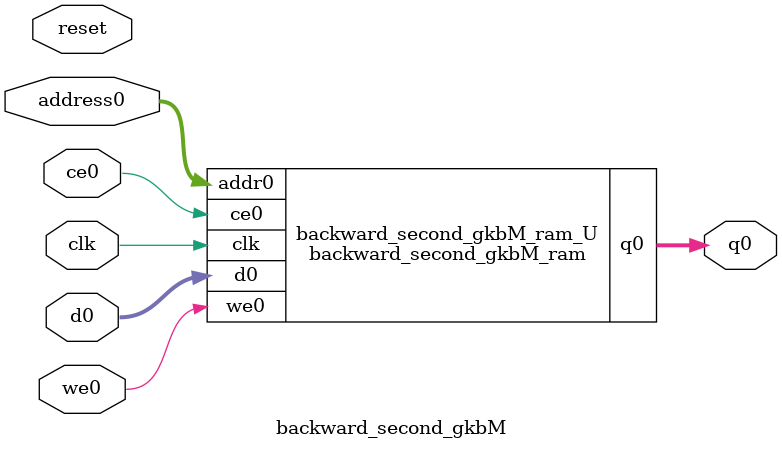
<source format=v>
`timescale 1 ns / 1 ps
module backward_second_gkbM_ram (addr0, ce0, d0, we0, q0,  clk);

parameter DWIDTH = 32;
parameter AWIDTH = 8;
parameter MEM_SIZE = 180;

input[AWIDTH-1:0] addr0;
input ce0;
input[DWIDTH-1:0] d0;
input we0;
output reg[DWIDTH-1:0] q0;
input clk;

(* ram_style = "block" *)reg [DWIDTH-1:0] ram[0:MEM_SIZE-1];




always @(posedge clk)  
begin 
    if (ce0) 
    begin
        if (we0) 
        begin 
            ram[addr0] <= d0; 
        end 
        q0 <= ram[addr0];
    end
end


endmodule

`timescale 1 ns / 1 ps
module backward_second_gkbM(
    reset,
    clk,
    address0,
    ce0,
    we0,
    d0,
    q0);

parameter DataWidth = 32'd32;
parameter AddressRange = 32'd180;
parameter AddressWidth = 32'd8;
input reset;
input clk;
input[AddressWidth - 1:0] address0;
input ce0;
input we0;
input[DataWidth - 1:0] d0;
output[DataWidth - 1:0] q0;



backward_second_gkbM_ram backward_second_gkbM_ram_U(
    .clk( clk ),
    .addr0( address0 ),
    .ce0( ce0 ),
    .we0( we0 ),
    .d0( d0 ),
    .q0( q0 ));

endmodule


</source>
